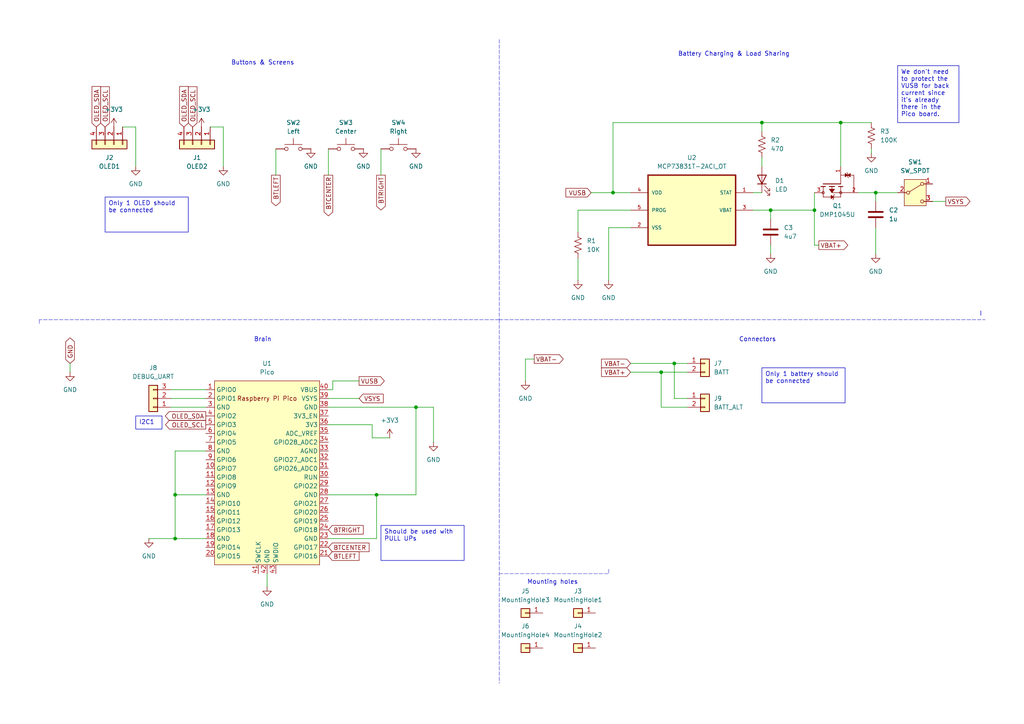
<source format=kicad_sch>
(kicad_sch (version 20231120) (generator "eeschema") (generator_version "8.0")
  (paper "A4")
  (title_block (title "Talisman") (date "2024-11-01") (rev "2") (company "Friday Makers Club"))
  (lib_symbols
    (symbol "Connector_Generic:Conn_01x01" (pin_names (offset 1.016) hide)
      (property "Reference" "J" (at 0 2.54 0))
      (property "Value" "Conn_01x01" (at 0 -2.54 0))
      (symbol "Conn_01x01_1_1"
        (rectangle (start -1.27 0.127) (end 0 -0.127) (stroke (width 0.1524)))
        (rectangle (start -1.27 1.27) (end 1.27 -1.27) (stroke (width 0.254)) (fill (type background)))
        (pin passive line (at -5.08 0 0) (length 3.81) (name "Pin_1") (number "1"))
      )
    )
    (symbol "Connector_Generic:Conn_01x04" (pin_names (offset 1.016) hide)
      (property "Reference" "J" (at 0 5.08 0))
      (property "Value" "Conn_01x04" (at 0 -7.62 0))
      (symbol "Conn_01x04_1_1"
        (rectangle (start -1.27 -4.953) (end 0 -5.207) (stroke (width 0.1524)))
        (rectangle (start -1.27 -2.413) (end 0 -2.667) (stroke (width 0.1524)))
        (rectangle (start -1.27 0.127) (end 0 -0.127) (stroke (width 0.1524)))
        (rectangle (start -1.27 2.667) (end 0 2.413) (stroke (width 0.1524)))
        (rectangle (start -1.27 3.81) (end 1.27 -6.35) (stroke (width 0.254)) (fill (type background)))
        (pin passive line (at -5.08 2.54 0) (length 3.81) (name "Pin_1") (number "1"))
        (pin passive line (at -5.08 0 0) (length 3.81) (name "Pin_2") (number "2"))
        (pin passive line (at -5.08 -2.54 0) (length 3.81) (name "Pin_3") (number "3"))
        (pin passive line (at -5.08 -5.08 0) (length 3.81) (name "Pin_4") (number "4"))
      )
    )
    (symbol "CustomConnectors:BATT" (pin_names (offset 1.016) hide)
      (property "Reference" "J" (at 0 2.54 0))
      (property "Value" "BATT" (at 0 -5.08 0))
      (symbol "BATT_1_1"
        (rectangle (start -1.27 -2.413) (end 0 -2.667) (stroke (width 0.1524)))
        (rectangle (start -1.27 0.127) (end 0 -0.127) (stroke (width 0.1524)))
        (rectangle (start -1.27 1.27) (end 1.27 -3.81) (stroke (width 0.254)) (fill (type background)))
        (pin passive line (at -5.08 0 0) (length 3.81) (name "B-") (number "1"))
        (pin passive line (at -5.08 -2.54 0) (length 3.81) (name "B+") (number "2"))
      )
    )
    (symbol "CustomConnectors:DEBUG_UART" (pin_names (offset 1.016) hide)
      (property "Reference" "J" (at 0 5.08 0))
      (property "Value" "DEBUG_UART" (at 0 -5.08 0))
      (symbol "DEBUG_UART_1_1"
        (rectangle (start -1.27 -2.413) (end 0 -2.667) (stroke (width 0.1524)))
        (rectangle (start -1.27 0.127) (end 0 -0.127) (stroke (width 0.1524)))
        (rectangle (start -1.27 2.667) (end 0 2.413) (stroke (width 0.1524)))
        (rectangle (start -1.27 3.81) (end 1.27 -3.81) (stroke (width 0.254)) (fill (type background)))
        (pin passive line (at -5.08 2.54 0) (length 3.81) (name "GND") (number "1"))
        (pin passive line (at -5.08 0 0) (length 3.81) (name "RX") (number "2"))
        (pin passive line (at -5.08 -2.54 0) (length 3.81) (name "TX") (number "3"))
      )
    )
    (symbol "Device:C" (pin_numbers hide) (pin_names (offset 0.254))
      (property "Reference" "C" (at 0.635 2.54 0))
      (property "Value" "C" (at 0.635 -2.54 0))
      (symbol "C_0_1"
        (polyline (pts (xy -2.032 -0.762) (xy 2.032 -0.762)) (stroke (width 0.508)))
        (polyline (pts (xy -2.032 0.762) (xy 2.032 0.762)) (stroke (width 0.508)))
      )
      (symbol "C_1_1"
        (pin passive line (at 0 3.81 270) (length 2.794) (name "~") (number "1"))
        (pin passive line (at 0 -3.81 90) (length 2.794) (name "~") (number "2"))
      )
    )
    (symbol "Device:LED" (pin_numbers hide) (pin_names (offset 1.016) hide)
      (property "Reference" "D" (at 0 2.54 0))
      (property "Value" "LED" (at 0 -2.54 0))
      (symbol "LED_0_1"
        (polyline (pts (xy -1.27 -1.27) (xy -1.27 1.27)) (stroke (width 0.254)))
        (polyline (pts (xy -1.27 0) (xy 1.27 0)))
        (polyline (pts (xy 1.27 -1.27) (xy 1.27 1.27) (xy -1.27 0) (xy 1.27 -1.27)) (stroke (width 0.254)))
        (polyline (pts (xy -3.048 -0.762) (xy -4.572 -2.286) (xy -3.81 -2.286) (xy -4.572 -2.286) (xy -4.572 -1.524)))
        (polyline (pts (xy -1.778 -0.762) (xy -3.302 -2.286) (xy -2.54 -2.286) (xy -3.302 -2.286) (xy -3.302 -1.524)))
      )
      (symbol "LED_1_1"
        (pin passive line (at -3.81 0 0) (length 2.54) (name "K") (number "1"))
        (pin passive line (at 3.81 0 180) (length 2.54) (name "A") (number "2"))
      )
    )
    (symbol "Device:R_US" (pin_numbers hide) (pin_names (offset 0))
      (property "Reference" "R" (at 2.54 0 90))
      (property "Value" "R_US" (at -2.54 0 90))
      (symbol "R_US_0_1"
        (polyline (pts (xy 0 -2.286) (xy 0 -2.54)))
        (polyline (pts (xy 0 2.286) (xy 0 2.54)))
        (polyline (pts (xy 0 -0.762) (xy 1.016 -1.143) (xy 0 -1.524) (xy -1.016 -1.905) (xy 0 -2.286)))
        (polyline (pts (xy 0 0.762) (xy 1.016 0.381) (xy 0 0) (xy -1.016 -0.381) (xy 0 -0.762)))
        (polyline (pts (xy 0 2.286) (xy 1.016 1.905) (xy 0 1.524) (xy -1.016 1.143) (xy 0 0.762)))
      )
      (symbol "R_US_1_1"
        (pin passive line (at 0 3.81 270) (length 1.27) (name "~") (number "1"))
        (pin passive line (at 0 -3.81 90) (length 1.27) (name "~") (number "2"))
      )
    )
    (symbol "Switch:SW_Push" (pin_numbers hide) (pin_names (offset 1.016) hide)
      (property "Reference" "SW" (at 1.27 2.54 0))
      (property "Value" "SW_Push" (at 0 -1.524 0))
      (symbol "SW_Push_0_1"
        (circle (center -2.032 0) (radius 0.508))
        (polyline (pts (xy 0 1.27) (xy 0 3.048)))
        (polyline (pts (xy 2.54 1.27) (xy -2.54 1.27)))
        (circle (center 2.032 0) (radius 0.508))
        (pin passive line (at -5.08 0 0) (length 2.54) (name "1") (number "1"))
        (pin passive line (at 5.08 0 180) (length 2.54) (name "2") (number "2"))
      )
    )
    (symbol "Switch:SW_SPDT" (pin_names (offset 0) hide)
      (property "Reference" "SW" (at 0 5.08 0))
      (property "Value" "SW_SPDT" (at 0 -5.08 0))
      (symbol "SW_SPDT_0_1"
        (circle (center -2.032 0) (radius 0.4572))
        (polyline (pts (xy -1.651 0.254) (xy 1.651 2.286)))
        (circle (center 2.032 -2.54) (radius 0.4572))
        (circle (center 2.032 2.54) (radius 0.4572))
      )
      (symbol "SW_SPDT_1_1"
        (rectangle (start -3.175 3.81) (end 3.175 -3.81) (fill (type background)))
        (pin passive line (at 5.08 2.54 180) (length 2.54) (name "A") (number "1"))
        (pin passive line (at -5.08 0 0) (length 2.54) (name "B") (number "2"))
        (pin passive line (at 5.08 -2.54 180) (length 2.54) (name "C") (number "3"))
      )
    )
    (symbol "component_library:DMP1045U" (pin_names (offset 1.016))
      (property "Reference" "Q" (at -10.16 7.62 0))
      (property "Value" "DMP1045U" (at -10.16 -7.62 0))
      (symbol "DMP1045U_0_0"
        (polyline (pts (xy -3.048 4.572) (xy -3.302 4.318)) (stroke (width 0.1524)))
        (polyline (pts (xy -2.54 2.54) (xy -2.54 4.572)) (stroke (width 0.1524)))
        (polyline (pts (xy -2.54 2.54) (xy 0 2.54)) (stroke (width 0.1524)))
        (polyline (pts (xy -2.54 4.572) (xy -3.048 4.572)) (stroke (width 0.1524)))
        (polyline (pts (xy -2.54 6.35) (xy -2.54 5.334)) (stroke (width 0.1524)))
        (polyline (pts (xy -2.54 6.35) (xy 2.54 6.35)) (stroke (width 0.1524)))
        (polyline (pts (xy -2.032 4.572) (xy -2.54 4.572)) (stroke (width 0.1524)))
        (polyline (pts (xy -1.778 4.826) (xy -2.032 4.572)) (stroke (width 0.1524)))
        (polyline (pts (xy 0 -2.54) (xy 0 2.54)) (stroke (width 0.254)))
        (polyline (pts (xy 0.762 -3.175) (xy 0.762 -2.54)) (stroke (width 0.254)))
        (polyline (pts (xy 0.762 -2.54) (xy 0.762 -1.905)) (stroke (width 0.254)))
        (polyline (pts (xy 0.762 -2.54) (xy 3.81 -2.54)) (stroke (width 0.1524)))
        (polyline (pts (xy 0.762 -0.762) (xy 0.762 0)) (stroke (width 0.254)))
        (polyline (pts (xy 0.762 0) (xy 0.762 0.762)) (stroke (width 0.254)))
        (polyline (pts (xy 0.762 0) (xy 2.54 0)) (stroke (width 0.1524)))
        (polyline (pts (xy 0.762 1.905) (xy 0.762 2.54)) (stroke (width 0.254)))
        (polyline (pts (xy 0.762 2.54) (xy 0.762 3.175)) (stroke (width 0.254)))
        (polyline (pts (xy 2.54 0) (xy 2.54 2.54)) (stroke (width 0.1524)))
        (polyline (pts (xy 2.54 2.54) (xy 0.762 2.54)) (stroke (width 0.1524)))
        (polyline (pts (xy 2.54 2.54) (xy 2.54 5.08)) (stroke (width 0.1524)))
        (polyline (pts (xy 2.54 2.54) (xy 3.81 2.54)) (stroke (width 0.1524)))
        (polyline (pts (xy 3.048 0.762) (xy 3.302 0.508)) (stroke (width 0.1524)))
        (polyline (pts (xy 3.302 0.508) (xy 3.81 0.508)) (stroke (width 0.1524)))
        (polyline (pts (xy 3.81 -2.54) (xy 3.81 0.508)) (stroke (width 0.1524)))
        (polyline (pts (xy 3.81 0.508) (xy 3.81 2.54)) (stroke (width 0.1524)))
        (polyline (pts (xy 3.81 0.508) (xy 4.318 0.508)) (stroke (width 0.1524)))
        (polyline (pts (xy 4.318 0.508) (xy 4.572 0.254)) (stroke (width 0.1524)))
        (polyline (pts (xy -2.54 4.572) (xy -3.048 5.334) (xy -2.032 5.334) (xy -2.54 4.572)) (stroke (width 0.1524)) (fill (type outline)))
        (polyline (pts (xy -2.54 4.572) (xy -2.032 3.81) (xy -3.048 3.81) (xy -2.54 4.572)) (stroke (width 0.1524)) (fill (type outline)))
        (polyline (pts (xy 2.54 0) (xy 1.524 0.762) (xy 1.524 -0.762) (xy 2.54 0)) (stroke (width 0.1524)) (fill (type outline)))
        (polyline (pts (xy 3.81 0.508) (xy 4.318 -0.254) (xy 3.302 -0.254) (xy 3.81 0.508)) (stroke (width 0.1524)) (fill (type outline)))
        (circle (center 2.54 -2.54) (radius 0.3592))
        (circle (center 2.54 2.54) (radius 0.3592))
        (pin passive line (at -5.08 2.54 0) (length 2.54) (name "~") (number "1"))
        (pin passive line (at 2.54 7.62 270) (length 2.54) (name "~") (number "2"))
        (pin passive line (at 2.54 -5.08 90) (length 2.54) (name "~") (number "3"))
      )
    )
    (symbol "component_library:MCP73831T-2ACI_OT" (pin_names (offset 1.016))
      (property "Reference" "U" (at -4.1227 10.0778 0))
      (property "Value" "MCP73831T-2ACI_OT" (at -5.9526 -17.1963 0))
      (symbol "MCP73831T-2ACI_OT_0_0"
        (rectangle (start -12.7 -12.7) (end 12.7 7.62) (stroke (width 0.4064)) (fill (type background)))
        (pin output line (at 17.78 2.54 180) (length 5.08) (name "STAT") (number "1"))
        (pin power_in line (at -17.78 -7.62 0) (length 5.08) (name "VSS") (number "2"))
        (pin output line (at 17.78 -2.54 180) (length 5.08) (name "VBAT") (number "3"))
        (pin power_in line (at -17.78 2.54 0) (length 5.08) (name "VDD") (number "4"))
        (pin input line (at -17.78 -2.54 0) (length 5.08) (name "PROG") (number "5"))
      )
    )
    (symbol "component_library:Pico"
      (property "Reference" "U" (at -13.97 27.94 0))
      (property "Value" "Pico" (at 0 19.05 0))
      (symbol "Pico_0_0"
        (text "Raspberry Pi Pico" (at 0 21.59 0) (effects (font (size 1.27 1.27))))
      )
      (symbol "Pico_0_1"
        (rectangle (start -15.24 26.67) (end 15.24 -26.67) (fill (type background)))
      )
      (symbol "Pico_1_1"
        (pin bidirectional line (at -17.78 24.13 0) (length 2.54) (name "GPIO0") (number "1"))
        (pin bidirectional line (at -17.78 1.27 0) (length 2.54) (name "GPIO7") (number "10"))
        (pin bidirectional line (at -17.78 -1.27 0) (length 2.54) (name "GPIO8") (number "11"))
        (pin bidirectional line (at -17.78 -3.81 0) (length 2.54) (name "GPIO9") (number "12"))
        (pin power_in line (at -17.78 -6.35 0) (length 2.54) (name "GND") (number "13"))
        (pin bidirectional line (at -17.78 -8.89 0) (length 2.54) (name "GPIO10") (number "14"))
        (pin bidirectional line (at -17.78 -11.43 0) (length 2.54) (name "GPIO11") (number "15"))
        (pin bidirectional line (at -17.78 -13.97 0) (length 2.54) (name "GPIO12") (number "16"))
        (pin bidirectional line (at -17.78 -16.51 0) (length 2.54) (name "GPIO13") (number "17"))
        (pin power_in line (at -17.78 -19.05 0) (length 2.54) (name "GND") (number "18"))
        (pin bidirectional line (at -17.78 -21.59 0) (length 2.54) (name "GPIO14") (number "19"))
        (pin bidirectional line (at -17.78 21.59 0) (length 2.54) (name "GPIO1") (number "2"))
        (pin bidirectional line (at -17.78 -24.13 0) (length 2.54) (name "GPIO15") (number "20"))
        (pin bidirectional line (at 17.78 -24.13 180) (length 2.54) (name "GPIO16") (number "21"))
        (pin bidirectional line (at 17.78 -21.59 180) (length 2.54) (name "GPIO17") (number "22"))
        (pin power_in line (at 17.78 -19.05 180) (length 2.54) (name "GND") (number "23"))
        (pin bidirectional line (at 17.78 -16.51 180) (length 2.54) (name "GPIO18") (number "24"))
        (pin bidirectional line (at 17.78 -13.97 180) (length 2.54) (name "GPIO19") (number "25"))
        (pin bidirectional line (at 17.78 -11.43 180) (length 2.54) (name "GPIO20") (number "26"))
        (pin bidirectional line (at 17.78 -8.89 180) (length 2.54) (name "GPIO21") (number "27"))
        (pin power_in line (at 17.78 -6.35 180) (length 2.54) (name "GND") (number "28"))
        (pin bidirectional line (at 17.78 -3.81 180) (length 2.54) (name "GPIO22") (number "29"))
        (pin power_in line (at -17.78 19.05 0) (length 2.54) (name "GND") (number "3"))
        (pin input line (at 17.78 -1.27 180) (length 2.54) (name "RUN") (number "30"))
        (pin bidirectional line (at 17.78 1.27 180) (length 2.54) (name "GPIO26_ADC0") (number "31"))
        (pin bidirectional line (at 17.78 3.81 180) (length 2.54) (name "GPIO27_ADC1") (number "32"))
        (pin power_in line (at 17.78 6.35 180) (length 2.54) (name "AGND") (number "33"))
        (pin bidirectional line (at 17.78 8.89 180) (length 2.54) (name "GPIO28_ADC2") (number "34"))
        (pin power_in line (at 17.78 11.43 180) (length 2.54) (name "ADC_VREF") (number "35"))
        (pin power_in line (at 17.78 13.97 180) (length 2.54) (name "3V3") (number "36"))
        (pin input line (at 17.78 16.51 180) (length 2.54) (name "3V3_EN") (number "37"))
        (pin bidirectional line (at 17.78 19.05 180) (length 2.54) (name "GND") (number "38"))
        (pin power_in line (at 17.78 21.59 180) (length 2.54) (name "VSYS") (number "39"))
        (pin bidirectional line (at -17.78 16.51 0) (length 2.54) (name "GPIO2") (number "4"))
        (pin power_in line (at 17.78 24.13 180) (length 2.54) (name "VBUS") (number "40"))
        (pin input line (at -2.54 -29.21 90) (length 2.54) (name "SWCLK") (number "41"))
        (pin power_in line (at 0 -29.21 90) (length 2.54) (name "GND") (number "42"))
        (pin bidirectional line (at 2.54 -29.21 90) (length 2.54) (name "SWDIO") (number "43"))
        (pin bidirectional line (at -17.78 13.97 0) (length 2.54) (name "GPIO3") (number "5"))
        (pin bidirectional line (at -17.78 11.43 0) (length 2.54) (name "GPIO4") (number "6"))
        (pin bidirectional line (at -17.78 8.89 0) (length 2.54) (name "GPIO5") (number "7"))
        (pin power_in line (at -17.78 6.35 0) (length 2.54) (name "GND") (number "8"))
        (pin bidirectional line (at -17.78 3.81 0) (length 2.54) (name "GPIO6") (number "9"))
      )
    )
    (symbol "power:+3V3" (power) (pin_numbers hide) (pin_names (offset 0) hide)
      (property "Value" "+3V3" (at 0 3.556 0))
      (symbol "+3V3_0_1"
        (polyline (pts (xy -0.762 1.27) (xy 0 2.54)))
        (polyline (pts (xy 0 0) (xy 0 2.54)))
        (polyline (pts (xy 0 2.54) (xy 0.762 1.27)))
      )
      (symbol "+3V3_1_1"
        (pin power_in line (at 0 0 90) (length 0) (name "~") (number "1"))
      )
    )
    (symbol "power:GND" (power) (pin_numbers hide) (pin_names (offset 0) hide)
      (property "Value" "GND" (at 0 -3.81 0))
      (symbol "GND_0_1"
        (polyline (pts (xy 0 0) (xy 0 -1.27) (xy 1.27 -1.27) (xy 0 -2.54) (xy -1.27 -1.27) (xy 0 -1.27)))
      )
      (symbol "GND_1_1"
        (pin power_in line (at 0 0 270) (length 0) (name "~") (number "1"))
      )
    )
  )
  (junction (at 195.58 105.41))
  (junction (at 109.22 143.51))
  (junction (at 243.84 35.56))
  (junction (at 254 55.88))
  (junction (at 191.77 107.95))
  (junction (at 220.98 35.56))
  (junction (at 50.8 156.21))
  (junction (at 223.52 60.96))
  (junction (at 177.8 55.88))
  (junction (at 50.8 143.51))
  (junction (at 236.22 60.96))
  (junction (at 120.65 118.11))
  (wire (pts (xy 243.84 35.56) (xy 243.84 48.26)))
  (wire (pts (xy 191.77 107.95) (xy 199.39 107.95)))
  (wire (pts (xy 191.77 107.95) (xy 191.77 118.11)))
  (wire (pts (xy 109.22 143.51) (xy 120.65 143.51)))
  (wire (pts (xy 60.96 36.83) (xy 64.77 36.83)))
  (wire (pts (xy 20.32 107.95) (xy 20.32 105.41)))
  (wire (pts (xy 243.84 35.56) (xy 252.73 35.56)))
  (wire (pts (xy 220.98 55.88) (xy 218.44 55.88)))
  (wire (pts (xy 223.52 60.96) (xy 223.52 63.5)))
  (wire (pts (xy 59.69 130.81) (xy 50.8 130.81)))
  (polyline (pts (xy 144.78 11.43) (xy 144.78 92.71)) (stroke (width 0.1016) (type dash)))
  (wire (pts (xy 176.53 81.28) (xy 176.53 66.04)))
  (wire (pts (xy 218.44 60.96) (xy 223.52 60.96)))
  (polyline (pts (xy 284.48 90.17) (xy 284.48 91.44)))
  (wire (pts (xy 95.25 156.21) (xy 109.22 156.21)))
  (wire (pts (xy 220.98 48.26) (xy 220.98 45.72)))
  (wire (pts (xy 152.4 104.14) (xy 154.94 104.14)))
  (wire (pts (xy 248.92 55.88) (xy 254 55.88)))
  (wire (pts (xy 64.77 36.83) (xy 64.77 48.26)))
  (polyline (pts (xy 144.78 198.12) (xy 144.78 198.12)) (stroke (width 0.1016) (type dash)))
  (wire (pts (xy 220.98 35.56) (xy 220.98 38.1)))
  (wire (pts (xy 50.8 143.51) (xy 50.8 156.21)))
  (wire (pts (xy 109.22 156.21) (xy 109.22 143.51)))
  (wire (pts (xy 182.88 105.41) (xy 195.58 105.41)))
  (wire (pts (xy 95.25 50.8) (xy 95.25 43.18)))
  (wire (pts (xy 223.52 60.96) (xy 236.22 60.96)))
  (wire (pts (xy 104.14 110.49) (xy 96.52 110.49)))
  (wire (pts (xy 252.73 44.45) (xy 252.73 43.18)))
  (wire (pts (xy 167.64 81.28) (xy 167.64 74.93)))
  (wire (pts (xy 59.69 143.51) (xy 50.8 143.51)))
  (wire (pts (xy 50.8 156.21) (xy 59.69 156.21)))
  (polyline (pts (xy 144.78 92.71) (xy 144.78 198.12)) (stroke (width 0.1016) (type dash)))
  (wire (pts (xy 49.53 115.57) (xy 59.69 115.57)))
  (polyline (pts (xy 11.43 92.71) (xy 11.43 93.98)) (stroke (width 0.1016) (type dash)))
  (wire (pts (xy 176.53 66.04) (xy 182.88 66.04)))
  (wire (pts (xy 270.51 58.42) (xy 274.32 58.42)))
  (wire (pts (xy 96.52 113.03) (xy 95.25 113.03)))
  (polyline (pts (xy 176.53 165.1) (xy 176.53 166.37)) (stroke (width 0.1016) (type dash)))
  (wire (pts (xy 107.95 123.19) (xy 95.25 123.19)))
  (wire (pts (xy 254 66.04) (xy 254 73.66)))
  (wire (pts (xy 95.25 143.51) (xy 109.22 143.51)))
  (wire (pts (xy 195.58 115.57) (xy 195.58 105.41)))
  (wire (pts (xy 182.88 107.95) (xy 191.77 107.95)))
  (wire (pts (xy 191.77 118.11) (xy 199.39 118.11)))
  (wire (pts (xy 104.14 115.57) (xy 95.25 115.57)))
  (polyline (pts (xy 144.78 92.71) (xy 11.43 92.71)) (stroke (width 0.1016) (type dash)))
  (wire (pts (xy 254 55.88) (xy 260.35 55.88)))
  (wire (pts (xy 125.73 118.11) (xy 125.73 128.27)))
  (wire (pts (xy 236.22 55.88) (xy 236.22 60.96)))
  (wire (pts (xy 120.65 143.51) (xy 120.65 118.11)))
  (wire (pts (xy 107.95 127) (xy 113.03 127)))
  (wire (pts (xy 223.52 73.66) (xy 223.52 71.12)))
  (polyline (pts (xy 144.78 166.37) (xy 176.53 166.37)) (stroke (width 0.1016) (type dash)))
  (wire (pts (xy 236.22 71.12) (xy 236.22 60.96)))
  (wire (pts (xy 50.8 130.81) (xy 50.8 143.51)))
  (wire (pts (xy 77.47 170.18) (xy 77.47 166.37)))
  (wire (pts (xy 107.95 127) (xy 107.95 123.19)))
  (wire (pts (xy 39.37 36.83) (xy 35.56 36.83)))
  (wire (pts (xy 167.64 60.96) (xy 182.88 60.96)))
  (wire (pts (xy 49.53 118.11) (xy 59.69 118.11)))
  (wire (pts (xy 95.25 118.11) (xy 120.65 118.11)))
  (wire (pts (xy 80.01 50.8) (xy 80.01 43.18)))
  (wire (pts (xy 177.8 55.88) (xy 182.88 55.88)))
  (wire (pts (xy 39.37 36.83) (xy 39.37 48.26)))
  (polyline (pts (xy 144.78 92.71) (xy 285.75 92.71)) (stroke (width 0.1016) (type dash)))
  (wire (pts (xy 177.8 35.56) (xy 220.98 35.56)))
  (wire (pts (xy 120.65 118.11) (xy 125.73 118.11)))
  (wire (pts (xy 96.52 110.49) (xy 96.52 113.03)))
  (wire (pts (xy 199.39 115.57) (xy 195.58 115.57)))
  (wire (pts (xy 195.58 105.41) (xy 199.39 105.41)))
  (wire (pts (xy 110.49 50.8) (xy 110.49 43.18)))
  (wire (pts (xy 152.4 110.49) (xy 152.4 104.14)))
  (wire (pts (xy 49.53 113.03) (xy 59.69 113.03)))
  (wire (pts (xy 254 58.42) (xy 254 55.88)))
  (wire (pts (xy 167.64 67.31) (xy 167.64 60.96)))
  (wire (pts (xy 43.18 156.21) (xy 50.8 156.21)))
  (wire (pts (xy 220.98 35.56) (xy 243.84 35.56)))
  (wire (pts (xy 171.45 55.88) (xy 177.8 55.88)))
  (wire (pts (xy 236.22 71.12) (xy 237.49 71.12)))
  (wire (pts (xy 177.8 55.88) (xy 177.8 35.56)))
  (text_box "I2C1 " (at 39.37 120.65 0) (size 7.62 3.81) (effects (font (size 1.27 1.27)) (justify left top)))
  (text_box "Only 1 battery should be connected" (at 220.98 106.68 0) (size 24.13 10.16) (effects (font (size 1.27 1.27)) (justify left top)))
  (text_box "Only 1 OLED should be connected" (at 30.48 57.15 0) (size 24.13 10.16) (effects (font (size 1.27 1.27)) (justify left top)))
  (text_box "Should be used with PULL UPs" (at 110.49 152.4 0) (size 24.13 10.16) (effects (font (size 1.27 1.27)) (justify left top)))
  (text_box "We don't need to protect the VUSB for back current since it's already there in the Pico board." (at 260.35 19.05 0) (size 17.78 16.51) (effects (font (size 1.27 1.27)) (justify left top)))
  (text "Connectors" (at 219.71 98.552 0) (effects (font (size 1.27 1.27))))
  (text "Brain" (at 76.2 98.552 0) (effects (font (size 1.27 1.27))))
  (text "Battery Charging & Load Sharing" (at 212.852 15.748 0) (effects (font (size 1.27 1.27))))
  (text "Mounting holes" (at 160.274 168.91 0) (effects (font (size 1.27 1.27))))
  (text "Buttons & Screens" (at 76.2 18.288 0) (effects (font (size 1.27 1.27))))
  (global_label "OLED_SDA" (shape input) (at 27.94 36.83 90) (property "Intersheetrefs" "${INTERSHEET_REFS}" (effects (hide yes))))
  (global_label "VUSB" (shape output) (at 104.14 110.49 0) (property "Intersheetrefs" "${INTERSHEET_REFS}" (effects (hide yes))))
  (global_label "VSYS" (shape output) (at 274.32 58.42 0) (property "Intersheetrefs" "${INTERSHEET_REFS}" (effects (hide yes))))
  (global_label "OLED_SCL" (shape input) (at 55.88 36.83 90) (property "Intersheetrefs" "${INTERSHEET_REFS}" (effects (hide yes))))
  (global_label "BTCENTER" (shape output) (at 95.25 50.8 270) (property "Intersheetrefs" "${INTERSHEET_REFS}" (effects (hide yes))))
  (global_label "VBAT-" (shape output) (at 154.94 104.14 0) (property "Intersheetrefs" "${INTERSHEET_REFS}" (effects (hide yes))))
  (global_label "BTRIGHT" (shape output) (at 110.49 50.8 270) (property "Intersheetrefs" "${INTERSHEET_REFS}" (effects (hide yes))))
  (global_label "OLED_SCL" (shape output) (at 59.69 123.19 180) (property "Intersheetrefs" "${INTERSHEET_REFS}" (effects (hide yes))))
  (global_label "GND" (shape bidirectional) (at 20.32 105.41 90) (property "Intersheetrefs" "${INTERSHEET_REFS}" (effects (hide yes))))
  (global_label "BTCENTER" (shape input) (at 95.25 158.75 0) (property "Intersheetrefs" "${INTERSHEET_REFS}" (effects (hide yes))))
  (global_label "OLED_SCL" (shape input) (at 30.48 36.83 90) (property "Intersheetrefs" "${INTERSHEET_REFS}" (effects (hide yes))))
  (global_label "BTLEFT" (shape output) (at 80.01 50.8 270) (property "Intersheetrefs" "${INTERSHEET_REFS}" (effects (hide yes))))
  (global_label "OLED_SDA" (shape output) (at 59.69 120.65 180) (property "Intersheetrefs" "${INTERSHEET_REFS}" (effects (hide yes))))
  (global_label "BTRIGHT" (shape input) (at 95.25 153.67 0) (property "Intersheetrefs" "${INTERSHEET_REFS}" (effects (hide yes))))
  (global_label "VBAT+" (shape input) (at 182.88 107.95 180) (property "Intersheetrefs" "${INTERSHEET_REFS}" (effects (hide yes))))
  (global_label "OLED_SDA" (shape input) (at 53.34 36.83 90) (property "Intersheetrefs" "${INTERSHEET_REFS}" (effects (hide yes))))
  (global_label "VSYS" (shape input) (at 104.14 115.57 0) (property "Intersheetrefs" "${INTERSHEET_REFS}" (effects (hide yes))))
  (global_label "BTLEFT" (shape input) (at 95.25 161.29 0) (property "Intersheetrefs" "${INTERSHEET_REFS}" (effects (hide yes))))
  (global_label "VUSB" (shape input) (at 171.45 55.88 180) (property "Intersheetrefs" "${INTERSHEET_REFS}" (effects (hide yes))))
  (global_label "VBAT-" (shape input) (at 182.88 105.41 180) (property "Intersheetrefs" "${INTERSHEET_REFS}" (effects (hide yes))))
  (global_label "VBAT+" (shape output) (at 237.49 71.12 0) (property "Intersheetrefs" "${INTERSHEET_REFS}" (effects (hide yes))))
  (symbol (lib_id "CustomConnectors:BATT") (at 204.47 115.57 0) (unit 1)
    (property "Reference" "J9" (at 207.01 115.5699 0) (effects (justify left)))
    (property "Value" "BATT_ALT" (at 207.01 118.1099 0) (effects (justify left)))
    (property "Footprint" "footprints:BATT_TH" (effects (hide yes)))
    (property "Description" "Generic connector, single row, 01x02, script generated (kicad-library-utils/schlib/autogen/connector/)" (effects (hide yes)))
  )
  (symbol (lib_id "power:GND") (at 254 73.66 0) (unit 1)
    (property "Reference" "#PWR01" (effects (hide yes)))
    (property "Value" "GND" (at 254 78.74 0))
    (property "Description" "Power symbol creates a global label with name \"GND\" , ground" (effects (hide yes)))
  )
  (symbol (lib_id "Switch:SW_Push") (at 85.09 43.18 0) (unit 1)
    (property "Reference" "SW2" (at 85.09 35.56 0))
    (property "Value" "Left" (at 85.09 38.1 0))
    (property "Footprint" "Button_Switch_SMD:SW_Push_1P1T_NO_CK_PTS125Sx43PSMTR" (effects (hide yes)))
    (property "Description" "Push button switch, generic, two pins" (effects (hide yes)))
    (property "JLCPCBFootprint" "C318915" (effects (hide yes)))
    (property "LCSC Part Number" "C318915" (effects (hide yes)))
  )
  (symbol (lib_id "power:+3V3") (at 58.42 36.83 0) (unit 1)
    (property "Reference" "#PWR010" (effects (hide yes)))
    (property "Value" "+3V3" (at 58.42 31.75 0))
    (property "Description" "Power symbol creates a global label with name \"+3V3\"" (effects (hide yes)))
  )
  (symbol (lib_id "power:GND") (at 252.73 44.45 0) (unit 1)
    (property "Reference" "#PWR018" (effects (hide yes)))
    (property "Value" "GND" (at 252.73 49.53 0))
    (property "Description" "Power symbol creates a global label with name \"GND\" , ground" (effects (hide yes)))
  )
  (symbol (lib_id "power:GND") (at 152.4 110.49 0) (unit 1)
    (property "Reference" "#PWR05" (effects (hide yes)))
    (property "Value" "GND" (at 152.4 115.57 0))
    (property "Description" "Power symbol creates a global label with name \"GND\" , ground" (effects (hide yes)))
  )
  (symbol (lib_id "Switch:SW_Push") (at 100.33 43.18 0) (unit 1)
    (property "Reference" "SW3" (at 100.33 35.56 0))
    (property "Value" "Center" (at 100.33 38.1 0))
    (property "Footprint" "Button_Switch_SMD:SW_Push_1P1T_NO_CK_PTS125Sx43PSMTR" (effects (hide yes)))
    (property "Description" "Push button switch, generic, two pins" (effects (hide yes)))
    (property "JLCPCBFootprint" "C318915" (effects (hide yes)))
    (property "LCSC Part Number" "C318915" (effects (hide yes)))
  )
  (symbol (lib_id "Connector_Generic:Conn_01x01") (at 152.4 177.8 180) (unit 1)
    (property "Reference" "J5" (at 152.4 171.45 0))
    (property "Value" "MountingHole3" (at 152.4 173.99 0))
    (property "Footprint" "MountingHole:MountingHole_2.2mm_M2_Pad" (effects (hide yes)))
    (property "Description" "Generic connector, single row, 01x01, script generated (kicad-library-utils/schlib/autogen/connector/)" (effects (hide yes)))
  )
  (symbol (lib_id "Connector_Generic:Conn_01x04") (at 58.42 41.91 270) (unit 1)
    (property "Reference" "J1" (at 57.15 45.72 90))
    (property "Value" "OLED2" (at 57.15 48.26 90))
    (property "Footprint" "Connector_PinHeader_2.54mm:PinHeader_1x04_P2.54mm_Vertical" (effects (hide yes)))
    (property "Description" "Generic connector, single row, 01x04, script generated (kicad-library-utils/schlib/autogen/connector/)" (effects (hide yes)))
  )
  (symbol (lib_id "power:GND") (at 20.32 107.95 0) (unit 1)
    (property "Reference" "#PWR017" (effects (hide yes)))
    (property "Value" "GND" (at 20.32 113.03 0))
    (property "Description" "Power symbol creates a global label with name \"GND\" , ground" (effects (hide yes)))
  )
  (symbol (lib_id "component_library:MCP73831T-2ACI_OT") (at 200.66 58.42 0) (unit 1)
    (property "Reference" "U2" (at 200.66 45.72 0))
    (property "Value" "MCP73831T-2ACI_OT" (at 200.66 48.26 0))
    (property "Footprint" "Package_TO_SOT_SMD:SOT-23-5_HandSoldering" (effects (hide yes)))
    (property "MF" "Microchip" (effects (hide yes)))
    (property "Description_1" "\n                        \n                            TINY INTEGRATED LI-ION/LI-POLY CHARGE MGNT CONTROLLER, 4.2V VREG | Microchip Technology Inc. MCP73831T-2ACI/OT\n                        \n" (effects (hide yes)))
    (property "PACKAGE" "SOT-5" (effects (hide yes)))
    (property "MPN" "MCP73831T-2ACI/OT" (effects (hide yes)))
    (property "Price" "None" (effects (hide yes)))
    (property "Package" "SOT-23 Microchip" (effects (hide yes)))
    (property "OC_FARNELL" "1332158" (effects (hide yes)))
    (property "MP" "MCP73831T-2ACI/OT" (effects (hide yes)))
    (property "SUPPLIER" "Microchip" (effects (hide yes)))
    (property "OC_NEWARK" "56K7045" (effects (hide yes)))
    (property "Availability" "In Stock" (effects (hide yes)))
    (property "JLCPCBFootprint" "SOT-23-5" (effects (hide yes)))
    (property "LCSC Part Number" "C424093" (effects (hide yes)))
  )
  (symbol (lib_id "power:GND") (at 120.65 43.18 0) (unit 1)
    (property "Reference" "#PWR012" (effects (hide yes)))
    (property "Value" "GND" (at 120.65 48.26 0))
    (property "Description" "Power symbol creates a global label with name \"GND\" , ground" (effects (hide yes)))
  )
  (symbol (lib_id "power:GND") (at 125.73 128.27 0) (unit 1)
    (property "Reference" "#PWR02" (effects (hide yes)))
    (property "Value" "GND" (at 125.73 133.35 0))
    (property "Description" "Power symbol creates a global label with name \"GND\" , ground" (effects (hide yes)))
  )
  (symbol (lib_id "power:GND") (at 43.18 156.21 0) (unit 1)
    (property "Reference" "#PWR016" (effects (hide yes)))
    (property "Value" "GND" (at 43.18 161.29 0))
    (property "Description" "Power symbol creates a global label with name \"GND\" , ground" (effects (hide yes)))
  )
  (symbol (lib_id "Switch:SW_SPDT") (at 265.43 55.88 0) (unit 1)
    (property "Reference" "SW1" (at 265.43 46.99 0))
    (property "Value" "SW_SPDT" (at 265.43 49.53 0))
    (property "Footprint" "Button_Switch_SMD:SW_SPDT_CK_JS102011SAQN" (effects (hide yes)))
    (property "Description" "Switch, single pole double throw" (effects (hide yes)))
    (property "JLCPCBFootprint" "SMD" (effects (hide yes)))
    (property "LCSC Part Number" "C92658" (effects (hide yes)))
  )
  (symbol (lib_id "component_library:DMP1045U") (at 241.3 53.34 270) (unit 1)
    (property "Reference" "Q1" (at 242.8621 59.69 90))
    (property "Value" "DMP1045U" (at 242.8621 62.23 90))
    (property "Footprint" "Package_TO_SOT_SMD:TSOT-23" (effects (hide yes)))
    (property "MF" "Diodes Inc." (effects (hide yes)))
    (property "MAXIMUM_PACKAGE_HEIGHT" "1.1 mm" (effects (hide yes)))
    (property "Package" "SOT-23 Diodes Inc." (effects (hide yes)))
    (property "Price" "None" (effects (hide yes)))
    (property "STANDARD" "IPC 7351B" (effects (hide yes)))
    (property "PARTREV" "7 - 2" (effects (hide yes)))
    (property "MP" "DMP1045U" (effects (hide yes)))
    (property "Description_1" "\n                        \n                            P-Channel 12 V 2.6A (Ta) 530mW Surface Mount X2-WLB0808-4 (Type C)\n                        \n" (effects (hide yes)))
    (property "Availability" "In Stock" (effects (hide yes)))
    (property "MANUFACTURER" "Diodes Inc." (effects (hide yes)))
    (property "JLCPCBFootprint" "SOT-23" (effects (hide yes)))
    (property "LCSC Part Number" "C177033" (effects (hide yes)))
  )
  (symbol (lib_id "power:GND") (at 90.17 43.18 0) (unit 1)
    (property "Reference" "#PWR014" (effects (hide yes)))
    (property "Value" "GND" (at 90.17 48.26 0))
    (property "Description" "Power symbol creates a global label with name \"GND\" , ground" (effects (hide yes)))
  )
  (symbol (lib_id "power:GND") (at 176.53 81.28 0) (unit 1)
    (property "Reference" "#PWR04" (effects (hide yes)))
    (property "Value" "GND" (at 176.53 86.36 0))
    (property "Description" "Power symbol creates a global label with name \"GND\" , ground" (effects (hide yes)))
  )
  (symbol (lib_id "Device:R_US") (at 252.73 39.37 0) (unit 1)
    (property "Reference" "R3" (at 255.27 38.0999 0) (effects (justify left)))
    (property "Value" "100K" (at 255.27 40.6399 0) (effects (justify left)))
    (property "Description" "Resistor, US symbol" (effects (hide yes)))
  )
  (symbol (lib_id "power:+3V3") (at 113.03 127 0) (unit 1)
    (property "Reference" "#PWR07" (effects (hide yes)))
    (property "Value" "+3V3" (at 113.03 121.92 0))
    (property "Description" "Power symbol creates a global label with name \"+3V3\"" (effects (hide yes)))
  )
  (symbol (lib_id "power:GND") (at 105.41 43.18 0) (unit 1)
    (property "Reference" "#PWR013" (effects (hide yes)))
    (property "Value" "GND" (at 105.41 48.26 0))
    (property "Description" "Power symbol creates a global label with name \"GND\" , ground" (effects (hide yes)))
  )
  (symbol (lib_id "power:GND") (at 39.37 48.26 0) (unit 1)
    (property "Reference" "#PWR08" (effects (hide yes)))
    (property "Value" "GND" (at 39.37 53.34 0))
    (property "Description" "Power symbol creates a global label with name \"GND\" , ground" (effects (hide yes)))
  )
  (symbol (lib_id "power:GND") (at 223.52 73.66 0) (unit 1)
    (property "Reference" "#PWR06" (effects (hide yes)))
    (property "Value" "GND" (at 223.52 78.74 0))
    (property "Description" "Power symbol creates a global label with name \"GND\" , ground" (effects (hide yes)))
  )
  (symbol (lib_id "power:GND") (at 77.47 170.18 0) (unit 1)
    (property "Reference" "#PWR015" (effects (hide yes)))
    (property "Value" "GND" (at 77.47 175.26 0))
    (property "Description" "Power symbol creates a global label with name \"GND\" , ground" (effects (hide yes)))
  )
  (symbol (lib_id "power:GND") (at 167.64 81.28 0) (unit 1)
    (property "Reference" "#PWR03" (effects (hide yes)))
    (property "Value" "GND" (at 167.64 86.36 0))
    (property "Description" "Power symbol creates a global label with name \"GND\" , ground" (effects (hide yes)))
  )
  (symbol (lib_id "component_library:Pico") (at 77.47 137.16 0) (unit 1)
    (property "Reference" "U1" (at 77.47 105.41 0))
    (property "Value" "Pico" (at 77.47 107.95 0))
    (property "Footprint" "MCU_RaspberryPi_and_Boards:RPi_Pico_SMD_TH" (effects (hide yes)))
  )
  (symbol (lib_id "Connector_Generic:Conn_01x01") (at 167.64 177.8 180) (unit 1)
    (property "Reference" "J3" (at 167.64 171.45 0))
    (property "Value" "MountingHole1" (at 167.64 173.99 0))
    (property "Footprint" "MountingHole:MountingHole_2.2mm_M2_Pad" (effects (hide yes)))
    (property "Description" "Generic connector, single row, 01x01, script generated (kicad-library-utils/schlib/autogen/connector/)" (effects (hide yes)))
  )
  (symbol (lib_id "Switch:SW_Push") (at 115.57 43.18 0) (unit 1)
    (property "Reference" "SW4" (at 115.57 35.56 0))
    (property "Value" "Right" (at 115.57 38.1 0))
    (property "Footprint" "Button_Switch_SMD:SW_Push_1P1T_NO_CK_PTS125Sx43PSMTR" (effects (hide yes)))
    (property "Description" "Push button switch, generic, two pins" (effects (hide yes)))
    (property "JLCPCBFootprint" "C318915" (effects (hide yes)))
    (property "LCSC Part Number" "C318915" (effects (hide yes)))
  )
  (symbol (lib_id "Connector_Generic:Conn_01x04") (at 33.02 41.91 270) (unit 1)
    (property "Reference" "J2" (at 31.75 45.72 90))
    (property "Value" "OLED1" (at 31.75 48.26 90))
    (property "Footprint" "Connector_PinHeader_2.54mm:PinHeader_1x04_P2.54mm_Vertical" (effects (hide yes)))
    (property "Description" "Generic connector, single row, 01x04, script generated (kicad-library-utils/schlib/autogen/connector/)" (effects (hide yes)))
  )
  (symbol (lib_id "CustomConnectors:BATT") (at 204.47 105.41 0) (unit 1)
    (property "Reference" "J7" (at 207.01 105.4099 0) (effects (justify left)))
    (property "Value" "BATT" (at 207.01 107.9499 0) (effects (justify left)))
    (property "Footprint" "footprints:BATT" (effects (hide yes)))
    (property "Description" "Generic connector, single row, 01x02, script generated (kicad-library-utils/schlib/autogen/connector/)" (effects (hide yes)))
  )
  (symbol (lib_id "CustomConnectors:DEBUG_UART") (at 44.45 115.57 180) (unit 1)
    (property "Reference" "J8" (at 44.45 106.68 0))
    (property "Value" "DEBUG_UART" (at 44.45 109.22 0))
    (property "Footprint" "footprints:PinHeader_DEBUG" (effects (hide yes)))
  )
  (symbol (lib_id "power:GND") (at 64.77 48.26 0) (unit 1)
    (property "Reference" "#PWR09" (effects (hide yes)))
    (property "Value" "GND" (at 64.77 53.34 0))
    (property "Description" "Power symbol creates a global label with name \"GND\" , ground" (effects (hide yes)))
  )
  (symbol (lib_id "Device:C") (at 254 62.23 0) (unit 1)
    (property "Reference" "C2" (at 257.81 60.9599 0) (effects (justify left)))
    (property "Value" "1u" (at 257.81 63.4999 0) (effects (justify left)))
    (property "Footprint" "Capacitor_SMD:C_0805_2012Metric_Pad1.18x1.45mm_HandSolder" (effects (hide yes)))
    (property "Description" "Unpolarized capacitor" (effects (hide yes)))
    (property "JLCPCBFootprint" "0805" (effects (hide yes)))
    (property "LCSC Part Number" "C1712" (effects (hide yes)))
  )
  (symbol (lib_id "Connector_Generic:Conn_01x01") (at 152.4 187.96 180) (unit 1)
    (property "Reference" "J6" (at 152.4 181.61 0))
    (property "Value" "MountingHole4" (at 152.4 184.15 0))
    (property "Footprint" "MountingHole:MountingHole_2.2mm_M2_Pad" (effects (hide yes)))
    (property "Description" "Generic connector, single row, 01x01, script generated (kicad-library-utils/schlib/autogen/connector/)" (effects (hide yes)))
  )
  (symbol (lib_id "Device:C") (at 223.52 67.31 0) (unit 1)
    (property "Reference" "C3" (at 227.33 66.0399 0) (effects (justify left)))
    (property "Value" "4u7" (at 227.33 68.5799 0) (effects (justify left)))
    (property "Footprint" "Resistor_SMD:R_0805_2012Metric_Pad1.20x1.40mm_HandSolder" (effects (hide yes)))
    (property "Description" "Unpolarized capacitor" (effects (hide yes)))
    (property "JLCPCBFootprint" "0805" (effects (hide yes)))
    (property "LCSC Part Number" "C1746" (effects (hide yes)))
  )
  (symbol (lib_id "Device:R_US") (at 167.64 71.12 0) (unit 1)
    (property "Reference" "R1" (at 170.18 69.8499 0) (effects (justify left)))
    (property "Value" "10K" (at 170.18 72.3899 0) (effects (justify left)))
    (property "Footprint" "Resistor_SMD:R_0805_2012Metric_Pad1.20x1.40mm_HandSolder" (effects (hide yes)))
    (property "Description" "Resistor, US symbol" (effects (hide yes)))
    (property "JLCPCBFootprint" "0805" (effects (hide yes)))
    (property "LCSC Part Number" "C149881" (effects (hide yes)))
  )
  (symbol (lib_id "Device:LED") (at 220.98 52.07 90) (unit 1)
    (property "Reference" "D1" (at 224.79 52.3874 90) (effects (justify right)))
    (property "Value" "LED" (at 224.79 54.9274 90) (effects (justify right)))
    (property "Footprint" "LED_SMD:LED_0201_0603Metric_Pad0.64x0.40mm_HandSolder" (effects (hide yes)))
    (property "Description" "Light emitting diode" (effects (hide yes)))
    (property "LCSC Part Number" "C2286" (effects (hide yes)))
    (property "JLCPCBFootprint" "0603" (effects (hide yes)))
  )
  (symbol (lib_id "power:+3V3") (at 33.02 36.83 0) (unit 1)
    (property "Reference" "#PWR011" (effects (hide yes)))
    (property "Value" "+3V3" (at 33.02 31.75 0))
    (property "Description" "Power symbol creates a global label with name \"+3V3\"" (effects (hide yes)))
  )
  (symbol (lib_id "Connector_Generic:Conn_01x01") (at 167.64 187.96 180) (unit 1)
    (property "Reference" "J4" (at 167.64 181.61 0))
    (property "Value" "MountingHole2" (at 167.64 184.15 0))
    (property "Footprint" "MountingHole:MountingHole_2.2mm_M2_Pad" (effects (hide yes)))
    (property "Description" "Generic connector, single row, 01x01, script generated (kicad-library-utils/schlib/autogen/connector/)" (effects (hide yes)))
  )
  (symbol (lib_id "Device:R_US") (at 220.98 41.91 0) (unit 1)
    (property "Reference" "R2" (at 223.52 40.6399 0) (effects (justify left)))
    (property "Value" "470" (at 223.52 43.1799 0) (effects (justify left)))
    (property "Footprint" "Resistor_SMD:R_0805_2012Metric_Pad1.20x1.40mm_HandSolder" (effects (hide yes)))
    (property "Description" "Resistor, US symbol" (effects (hide yes)))
    (property "JLCPCBFootprint" "0805" (effects (hide yes)))
    (property "LCSC Part Number" "C21266" (effects (hide yes)))
  )
)
</source>
